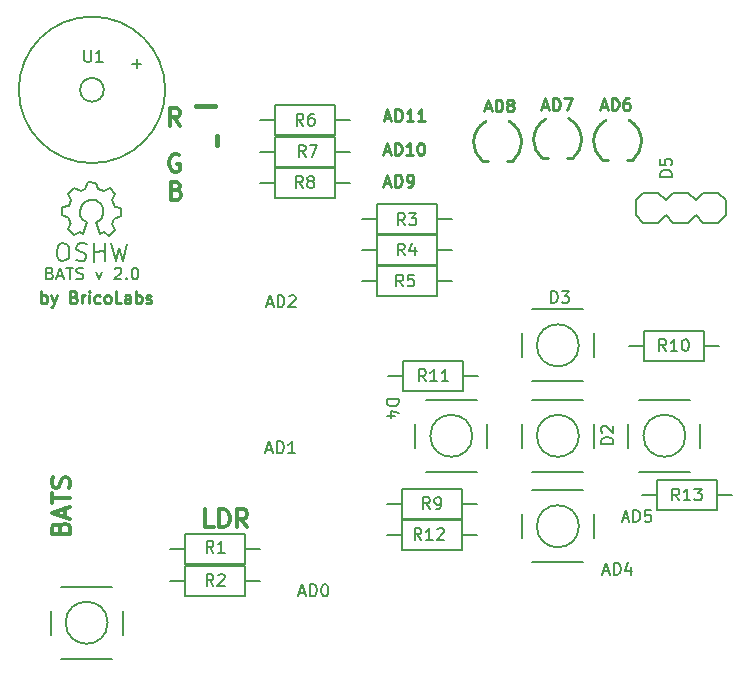
<source format=gbr>
G04 #@! TF.FileFunction,Legend,Top*
%FSLAX46Y46*%
G04 Gerber Fmt 4.6, Leading zero omitted, Abs format (unit mm)*
G04 Created by KiCad (PCBNEW 0.201603210401+6634~43~ubuntu14.04.1-product) date dom 03 abr 2016 21:58:24 CEST*
%MOMM*%
G01*
G04 APERTURE LIST*
%ADD10C,0.100000*%
%ADD11C,0.250000*%
%ADD12C,0.300000*%
%ADD13C,0.150000*%
%ADD14C,0.203200*%
%ADD15C,0.254000*%
%ADD16C,0.381000*%
%ADD17C,0.304800*%
G04 APERTURE END LIST*
D10*
D11*
X175671314Y-89975987D02*
X176147505Y-89975987D01*
X175576076Y-90261701D02*
X175909409Y-89261701D01*
X176242743Y-90261701D01*
X176576076Y-90261701D02*
X176576076Y-89261701D01*
X176814171Y-89261701D01*
X176957029Y-89309320D01*
X177052267Y-89404558D01*
X177099886Y-89499796D01*
X177147505Y-89690272D01*
X177147505Y-89833130D01*
X177099886Y-90023606D01*
X177052267Y-90118844D01*
X176957029Y-90214082D01*
X176814171Y-90261701D01*
X176576076Y-90261701D01*
X178004648Y-89261701D02*
X177814171Y-89261701D01*
X177718933Y-89309320D01*
X177671314Y-89356939D01*
X177576076Y-89499796D01*
X177528457Y-89690272D01*
X177528457Y-90071225D01*
X177576076Y-90166463D01*
X177623695Y-90214082D01*
X177718933Y-90261701D01*
X177909410Y-90261701D01*
X178004648Y-90214082D01*
X178052267Y-90166463D01*
X178099886Y-90071225D01*
X178099886Y-89833130D01*
X178052267Y-89737891D01*
X178004648Y-89690272D01*
X177909410Y-89642653D01*
X177718933Y-89642653D01*
X177623695Y-89690272D01*
X177576076Y-89737891D01*
X177528457Y-89833130D01*
X170697994Y-89975987D02*
X171174185Y-89975987D01*
X170602756Y-90261701D02*
X170936089Y-89261701D01*
X171269423Y-90261701D01*
X171602756Y-90261701D02*
X171602756Y-89261701D01*
X171840851Y-89261701D01*
X171983709Y-89309320D01*
X172078947Y-89404558D01*
X172126566Y-89499796D01*
X172174185Y-89690272D01*
X172174185Y-89833130D01*
X172126566Y-90023606D01*
X172078947Y-90118844D01*
X171983709Y-90214082D01*
X171840851Y-90261701D01*
X171602756Y-90261701D01*
X172507518Y-89261701D02*
X173174185Y-89261701D01*
X172745613Y-90261701D01*
X165831354Y-90082667D02*
X166307545Y-90082667D01*
X165736116Y-90368381D02*
X166069449Y-89368381D01*
X166402783Y-90368381D01*
X166736116Y-90368381D02*
X166736116Y-89368381D01*
X166974211Y-89368381D01*
X167117069Y-89416000D01*
X167212307Y-89511238D01*
X167259926Y-89606476D01*
X167307545Y-89796952D01*
X167307545Y-89939810D01*
X167259926Y-90130286D01*
X167212307Y-90225524D01*
X167117069Y-90320762D01*
X166974211Y-90368381D01*
X166736116Y-90368381D01*
X167878973Y-89796952D02*
X167783735Y-89749333D01*
X167736116Y-89701714D01*
X167688497Y-89606476D01*
X167688497Y-89558857D01*
X167736116Y-89463619D01*
X167783735Y-89416000D01*
X167878973Y-89368381D01*
X168069450Y-89368381D01*
X168164688Y-89416000D01*
X168212307Y-89463619D01*
X168259926Y-89558857D01*
X168259926Y-89606476D01*
X168212307Y-89701714D01*
X168164688Y-89749333D01*
X168069450Y-89796952D01*
X167878973Y-89796952D01*
X167783735Y-89844571D01*
X167736116Y-89892190D01*
X167688497Y-89987429D01*
X167688497Y-90177905D01*
X167736116Y-90273143D01*
X167783735Y-90320762D01*
X167878973Y-90368381D01*
X168069450Y-90368381D01*
X168164688Y-90320762D01*
X168212307Y-90273143D01*
X168259926Y-90177905D01*
X168259926Y-89987429D01*
X168212307Y-89892190D01*
X168164688Y-89844571D01*
X168069450Y-89796952D01*
X157337594Y-96442827D02*
X157813785Y-96442827D01*
X157242356Y-96728541D02*
X157575689Y-95728541D01*
X157909023Y-96728541D01*
X158242356Y-96728541D02*
X158242356Y-95728541D01*
X158480451Y-95728541D01*
X158623309Y-95776160D01*
X158718547Y-95871398D01*
X158766166Y-95966636D01*
X158813785Y-96157112D01*
X158813785Y-96299970D01*
X158766166Y-96490446D01*
X158718547Y-96585684D01*
X158623309Y-96680922D01*
X158480451Y-96728541D01*
X158242356Y-96728541D01*
X159289975Y-96728541D02*
X159480451Y-96728541D01*
X159575690Y-96680922D01*
X159623309Y-96633303D01*
X159718547Y-96490446D01*
X159766166Y-96299970D01*
X159766166Y-95919017D01*
X159718547Y-95823779D01*
X159670928Y-95776160D01*
X159575690Y-95728541D01*
X159385213Y-95728541D01*
X159289975Y-95776160D01*
X159242356Y-95823779D01*
X159194737Y-95919017D01*
X159194737Y-96157112D01*
X159242356Y-96252350D01*
X159289975Y-96299970D01*
X159385213Y-96347589D01*
X159575690Y-96347589D01*
X159670928Y-96299970D01*
X159718547Y-96252350D01*
X159766166Y-96157112D01*
X157303364Y-93750427D02*
X157779555Y-93750427D01*
X157208126Y-94036141D02*
X157541459Y-93036141D01*
X157874793Y-94036141D01*
X158208126Y-94036141D02*
X158208126Y-93036141D01*
X158446221Y-93036141D01*
X158589079Y-93083760D01*
X158684317Y-93178998D01*
X158731936Y-93274236D01*
X158779555Y-93464712D01*
X158779555Y-93607570D01*
X158731936Y-93798046D01*
X158684317Y-93893284D01*
X158589079Y-93988522D01*
X158446221Y-94036141D01*
X158208126Y-94036141D01*
X159731936Y-94036141D02*
X159160507Y-94036141D01*
X159446221Y-94036141D02*
X159446221Y-93036141D01*
X159350983Y-93178998D01*
X159255745Y-93274236D01*
X159160507Y-93321855D01*
X160350983Y-93036141D02*
X160446222Y-93036141D01*
X160541460Y-93083760D01*
X160589079Y-93131379D01*
X160636698Y-93226617D01*
X160684317Y-93417093D01*
X160684317Y-93655189D01*
X160636698Y-93845665D01*
X160589079Y-93940903D01*
X160541460Y-93988522D01*
X160446222Y-94036141D01*
X160350983Y-94036141D01*
X160255745Y-93988522D01*
X160208126Y-93940903D01*
X160160507Y-93845665D01*
X160112888Y-93655189D01*
X160112888Y-93417093D01*
X160160507Y-93226617D01*
X160208126Y-93131379D01*
X160255745Y-93083760D01*
X160350983Y-93036141D01*
X157344004Y-90905627D02*
X157820195Y-90905627D01*
X157248766Y-91191341D02*
X157582099Y-90191341D01*
X157915433Y-91191341D01*
X158248766Y-91191341D02*
X158248766Y-90191341D01*
X158486861Y-90191341D01*
X158629719Y-90238960D01*
X158724957Y-90334198D01*
X158772576Y-90429436D01*
X158820195Y-90619912D01*
X158820195Y-90762770D01*
X158772576Y-90953246D01*
X158724957Y-91048484D01*
X158629719Y-91143722D01*
X158486861Y-91191341D01*
X158248766Y-91191341D01*
X159772576Y-91191341D02*
X159201147Y-91191341D01*
X159486861Y-91191341D02*
X159486861Y-90191341D01*
X159391623Y-90334198D01*
X159296385Y-90429436D01*
X159201147Y-90477055D01*
X160724957Y-91191341D02*
X160153528Y-91191341D01*
X160439242Y-91191341D02*
X160439242Y-90191341D01*
X160344004Y-90334198D01*
X160248766Y-90429436D01*
X160153528Y-90477055D01*
D12*
X139730943Y-97047857D02*
X139945229Y-97119286D01*
X140016657Y-97190714D01*
X140088086Y-97333571D01*
X140088086Y-97547857D01*
X140016657Y-97690714D01*
X139945229Y-97762143D01*
X139802371Y-97833571D01*
X139230943Y-97833571D01*
X139230943Y-96333571D01*
X139730943Y-96333571D01*
X139873800Y-96405000D01*
X139945229Y-96476429D01*
X140016657Y-96619286D01*
X140016657Y-96762143D01*
X139945229Y-96905000D01*
X139873800Y-96976429D01*
X139730943Y-97047857D01*
X139230943Y-97047857D01*
X139940457Y-94042800D02*
X139797600Y-93971371D01*
X139583314Y-93971371D01*
X139369029Y-94042800D01*
X139226171Y-94185657D01*
X139154743Y-94328514D01*
X139083314Y-94614229D01*
X139083314Y-94828514D01*
X139154743Y-95114229D01*
X139226171Y-95257086D01*
X139369029Y-95399943D01*
X139583314Y-95471371D01*
X139726171Y-95471371D01*
X139940457Y-95399943D01*
X140011886Y-95328514D01*
X140011886Y-94828514D01*
X139726171Y-94828514D01*
X140011886Y-91585171D02*
X139511886Y-90870886D01*
X139154743Y-91585171D02*
X139154743Y-90085171D01*
X139726171Y-90085171D01*
X139869029Y-90156600D01*
X139940457Y-90228029D01*
X140011886Y-90370886D01*
X140011886Y-90585171D01*
X139940457Y-90728029D01*
X139869029Y-90799457D01*
X139726171Y-90870886D01*
X139154743Y-90870886D01*
X142855286Y-125565291D02*
X142141000Y-125565291D01*
X142141000Y-124065291D01*
X143355286Y-125565291D02*
X143355286Y-124065291D01*
X143712429Y-124065291D01*
X143926714Y-124136720D01*
X144069572Y-124279577D01*
X144141000Y-124422434D01*
X144212429Y-124708149D01*
X144212429Y-124922434D01*
X144141000Y-125208149D01*
X144069572Y-125351006D01*
X143926714Y-125493863D01*
X143712429Y-125565291D01*
X143355286Y-125565291D01*
X145712429Y-125565291D02*
X145212429Y-124851006D01*
X144855286Y-125565291D02*
X144855286Y-124065291D01*
X145426714Y-124065291D01*
X145569572Y-124136720D01*
X145641000Y-124208149D01*
X145712429Y-124351006D01*
X145712429Y-124565291D01*
X145641000Y-124708149D01*
X145569572Y-124779577D01*
X145426714Y-124851006D01*
X144855286Y-124851006D01*
D13*
X176682661Y-118517895D02*
X175682661Y-118517895D01*
X175682661Y-118279800D01*
X175730280Y-118136942D01*
X175825518Y-118041704D01*
X175920756Y-117994085D01*
X176111232Y-117946466D01*
X176254090Y-117946466D01*
X176444566Y-117994085D01*
X176539804Y-118041704D01*
X176635042Y-118136942D01*
X176682661Y-118279800D01*
X176682661Y-118517895D01*
X175777899Y-117565514D02*
X175730280Y-117517895D01*
X175682661Y-117422657D01*
X175682661Y-117184561D01*
X175730280Y-117089323D01*
X175777899Y-117041704D01*
X175873137Y-116994085D01*
X175968375Y-116994085D01*
X176111232Y-117041704D01*
X176682661Y-117613133D01*
X176682661Y-116994085D01*
X171428185Y-106573581D02*
X171428185Y-105573581D01*
X171666280Y-105573581D01*
X171809138Y-105621200D01*
X171904376Y-105716438D01*
X171951995Y-105811676D01*
X171999614Y-106002152D01*
X171999614Y-106145010D01*
X171951995Y-106335486D01*
X171904376Y-106430724D01*
X171809138Y-106525962D01*
X171666280Y-106573581D01*
X171428185Y-106573581D01*
X172332947Y-105573581D02*
X172951995Y-105573581D01*
X172618661Y-105954533D01*
X172761519Y-105954533D01*
X172856757Y-106002152D01*
X172904376Y-106049771D01*
X172951995Y-106145010D01*
X172951995Y-106383105D01*
X172904376Y-106478343D01*
X172856757Y-106525962D01*
X172761519Y-106573581D01*
X172475804Y-106573581D01*
X172380566Y-106525962D01*
X172332947Y-106478343D01*
X157520379Y-114745545D02*
X158520379Y-114745545D01*
X158520379Y-114983640D01*
X158472760Y-115126498D01*
X158377522Y-115221736D01*
X158282284Y-115269355D01*
X158091808Y-115316974D01*
X157948950Y-115316974D01*
X157758474Y-115269355D01*
X157663236Y-115221736D01*
X157567998Y-115126498D01*
X157520379Y-114983640D01*
X157520379Y-114745545D01*
X158187046Y-116174117D02*
X157520379Y-116174117D01*
X158567998Y-115936021D02*
X157853712Y-115697926D01*
X157853712Y-116316974D01*
X181661061Y-95891575D02*
X180661061Y-95891575D01*
X180661061Y-95653480D01*
X180708680Y-95510622D01*
X180803918Y-95415384D01*
X180899156Y-95367765D01*
X181089632Y-95320146D01*
X181232490Y-95320146D01*
X181422966Y-95367765D01*
X181518204Y-95415384D01*
X181613442Y-95510622D01*
X181661061Y-95653480D01*
X181661061Y-95891575D01*
X180661061Y-94415384D02*
X180661061Y-94891575D01*
X181137251Y-94939194D01*
X181089632Y-94891575D01*
X181042013Y-94796337D01*
X181042013Y-94558241D01*
X181089632Y-94463003D01*
X181137251Y-94415384D01*
X181232490Y-94367765D01*
X181470585Y-94367765D01*
X181565823Y-94415384D01*
X181613442Y-94463003D01*
X181661061Y-94558241D01*
X181661061Y-94796337D01*
X181613442Y-94891575D01*
X181565823Y-94939194D01*
X177495034Y-124829867D02*
X177971225Y-124829867D01*
X177399796Y-125115581D02*
X177733129Y-124115581D01*
X178066463Y-125115581D01*
X178399796Y-125115581D02*
X178399796Y-124115581D01*
X178637891Y-124115581D01*
X178780749Y-124163200D01*
X178875987Y-124258438D01*
X178923606Y-124353676D01*
X178971225Y-124544152D01*
X178971225Y-124687010D01*
X178923606Y-124877486D01*
X178875987Y-124972724D01*
X178780749Y-125067962D01*
X178637891Y-125115581D01*
X178399796Y-125115581D01*
X179875987Y-124115581D02*
X179399796Y-124115581D01*
X179352177Y-124591771D01*
X179399796Y-124544152D01*
X179495034Y-124496533D01*
X179733130Y-124496533D01*
X179828368Y-124544152D01*
X179875987Y-124591771D01*
X179923606Y-124687010D01*
X179923606Y-124925105D01*
X179875987Y-125020343D01*
X179828368Y-125067962D01*
X179733130Y-125115581D01*
X179495034Y-125115581D01*
X179399796Y-125067962D01*
X179352177Y-125020343D01*
X175844034Y-129300267D02*
X176320225Y-129300267D01*
X175748796Y-129585981D02*
X176082129Y-128585981D01*
X176415463Y-129585981D01*
X176748796Y-129585981D02*
X176748796Y-128585981D01*
X176986891Y-128585981D01*
X177129749Y-128633600D01*
X177224987Y-128728838D01*
X177272606Y-128824076D01*
X177320225Y-129014552D01*
X177320225Y-129157410D01*
X177272606Y-129347886D01*
X177224987Y-129443124D01*
X177129749Y-129538362D01*
X176986891Y-129585981D01*
X176748796Y-129585981D01*
X178177368Y-128919314D02*
X178177368Y-129585981D01*
X177939272Y-128538362D02*
X177701177Y-129252648D01*
X178320225Y-129252648D01*
X147380794Y-106653627D02*
X147856985Y-106653627D01*
X147285556Y-106939341D02*
X147618889Y-105939341D01*
X147952223Y-106939341D01*
X148285556Y-106939341D02*
X148285556Y-105939341D01*
X148523651Y-105939341D01*
X148666509Y-105986960D01*
X148761747Y-106082198D01*
X148809366Y-106177436D01*
X148856985Y-106367912D01*
X148856985Y-106510770D01*
X148809366Y-106701246D01*
X148761747Y-106796484D01*
X148666509Y-106891722D01*
X148523651Y-106939341D01*
X148285556Y-106939341D01*
X149237937Y-106034579D02*
X149285556Y-105986960D01*
X149380794Y-105939341D01*
X149618890Y-105939341D01*
X149714128Y-105986960D01*
X149761747Y-106034579D01*
X149809366Y-106129817D01*
X149809366Y-106225055D01*
X149761747Y-106367912D01*
X149190318Y-106939341D01*
X149809366Y-106939341D01*
X147324914Y-119008187D02*
X147801105Y-119008187D01*
X147229676Y-119293901D02*
X147563009Y-118293901D01*
X147896343Y-119293901D01*
X148229676Y-119293901D02*
X148229676Y-118293901D01*
X148467771Y-118293901D01*
X148610629Y-118341520D01*
X148705867Y-118436758D01*
X148753486Y-118531996D01*
X148801105Y-118722472D01*
X148801105Y-118865330D01*
X148753486Y-119055806D01*
X148705867Y-119151044D01*
X148610629Y-119246282D01*
X148467771Y-119293901D01*
X148229676Y-119293901D01*
X149753486Y-119293901D02*
X149182057Y-119293901D01*
X149467771Y-119293901D02*
X149467771Y-118293901D01*
X149372533Y-118436758D01*
X149277295Y-118531996D01*
X149182057Y-118579615D01*
X150134154Y-131123987D02*
X150610345Y-131123987D01*
X150038916Y-131409701D02*
X150372249Y-130409701D01*
X150705583Y-131409701D01*
X151038916Y-131409701D02*
X151038916Y-130409701D01*
X151277011Y-130409701D01*
X151419869Y-130457320D01*
X151515107Y-130552558D01*
X151562726Y-130647796D01*
X151610345Y-130838272D01*
X151610345Y-130981130D01*
X151562726Y-131171606D01*
X151515107Y-131266844D01*
X151419869Y-131362082D01*
X151277011Y-131409701D01*
X151038916Y-131409701D01*
X152229392Y-130409701D02*
X152324631Y-130409701D01*
X152419869Y-130457320D01*
X152467488Y-130504939D01*
X152515107Y-130600177D01*
X152562726Y-130790653D01*
X152562726Y-131028749D01*
X152515107Y-131219225D01*
X152467488Y-131314463D01*
X152419869Y-131362082D01*
X152324631Y-131409701D01*
X152229392Y-131409701D01*
X152134154Y-131362082D01*
X152086535Y-131314463D01*
X152038916Y-131219225D01*
X151991297Y-131028749D01*
X151991297Y-130790653D01*
X152038916Y-130600177D01*
X152086535Y-130504939D01*
X152134154Y-130457320D01*
X152229392Y-130409701D01*
D11*
X128283912Y-106598981D02*
X128283912Y-105598981D01*
X128283912Y-105979933D02*
X128379150Y-105932314D01*
X128569627Y-105932314D01*
X128664865Y-105979933D01*
X128712484Y-106027552D01*
X128760103Y-106122790D01*
X128760103Y-106408505D01*
X128712484Y-106503743D01*
X128664865Y-106551362D01*
X128569627Y-106598981D01*
X128379150Y-106598981D01*
X128283912Y-106551362D01*
X129093436Y-105932314D02*
X129331531Y-106598981D01*
X129569627Y-105932314D02*
X129331531Y-106598981D01*
X129236293Y-106837076D01*
X129188674Y-106884695D01*
X129093436Y-106932314D01*
X131045818Y-106075171D02*
X131188675Y-106122790D01*
X131236294Y-106170410D01*
X131283913Y-106265648D01*
X131283913Y-106408505D01*
X131236294Y-106503743D01*
X131188675Y-106551362D01*
X131093437Y-106598981D01*
X130712484Y-106598981D01*
X130712484Y-105598981D01*
X131045818Y-105598981D01*
X131141056Y-105646600D01*
X131188675Y-105694219D01*
X131236294Y-105789457D01*
X131236294Y-105884695D01*
X131188675Y-105979933D01*
X131141056Y-106027552D01*
X131045818Y-106075171D01*
X130712484Y-106075171D01*
X131712484Y-106598981D02*
X131712484Y-105932314D01*
X131712484Y-106122790D02*
X131760103Y-106027552D01*
X131807722Y-105979933D01*
X131902960Y-105932314D01*
X131998199Y-105932314D01*
X132331532Y-106598981D02*
X132331532Y-105932314D01*
X132331532Y-105598981D02*
X132283913Y-105646600D01*
X132331532Y-105694219D01*
X132379151Y-105646600D01*
X132331532Y-105598981D01*
X132331532Y-105694219D01*
X133236294Y-106551362D02*
X133141056Y-106598981D01*
X132950579Y-106598981D01*
X132855341Y-106551362D01*
X132807722Y-106503743D01*
X132760103Y-106408505D01*
X132760103Y-106122790D01*
X132807722Y-106027552D01*
X132855341Y-105979933D01*
X132950579Y-105932314D01*
X133141056Y-105932314D01*
X133236294Y-105979933D01*
X133807722Y-106598981D02*
X133712484Y-106551362D01*
X133664865Y-106503743D01*
X133617246Y-106408505D01*
X133617246Y-106122790D01*
X133664865Y-106027552D01*
X133712484Y-105979933D01*
X133807722Y-105932314D01*
X133950580Y-105932314D01*
X134045818Y-105979933D01*
X134093437Y-106027552D01*
X134141056Y-106122790D01*
X134141056Y-106408505D01*
X134093437Y-106503743D01*
X134045818Y-106551362D01*
X133950580Y-106598981D01*
X133807722Y-106598981D01*
X135045818Y-106598981D02*
X134569627Y-106598981D01*
X134569627Y-105598981D01*
X135807723Y-106598981D02*
X135807723Y-106075171D01*
X135760104Y-105979933D01*
X135664866Y-105932314D01*
X135474389Y-105932314D01*
X135379151Y-105979933D01*
X135807723Y-106551362D02*
X135712485Y-106598981D01*
X135474389Y-106598981D01*
X135379151Y-106551362D01*
X135331532Y-106456124D01*
X135331532Y-106360886D01*
X135379151Y-106265648D01*
X135474389Y-106218029D01*
X135712485Y-106218029D01*
X135807723Y-106170410D01*
X136283913Y-106598981D02*
X136283913Y-105598981D01*
X136283913Y-105979933D02*
X136379151Y-105932314D01*
X136569628Y-105932314D01*
X136664866Y-105979933D01*
X136712485Y-106027552D01*
X136760104Y-106122790D01*
X136760104Y-106408505D01*
X136712485Y-106503743D01*
X136664866Y-106551362D01*
X136569628Y-106598981D01*
X136379151Y-106598981D01*
X136283913Y-106551362D01*
X137141056Y-106551362D02*
X137236294Y-106598981D01*
X137426770Y-106598981D01*
X137522009Y-106551362D01*
X137569628Y-106456124D01*
X137569628Y-106408505D01*
X137522009Y-106313267D01*
X137426770Y-106265648D01*
X137283913Y-106265648D01*
X137188675Y-106218029D01*
X137141056Y-106122790D01*
X137141056Y-106075171D01*
X137188675Y-105979933D01*
X137283913Y-105932314D01*
X137426770Y-105932314D01*
X137522009Y-105979933D01*
D13*
X145491200Y-131432300D02*
X140411200Y-131432300D01*
X140411200Y-131432300D02*
X140411200Y-128892300D01*
X140411200Y-128892300D02*
X145491200Y-128892300D01*
X145491200Y-128892300D02*
X145491200Y-131432300D01*
X145491200Y-130162300D02*
X146761200Y-130162300D01*
X140411200Y-130162300D02*
X139141200Y-130162300D01*
D14*
X174163990Y-122440700D02*
X169845990Y-122440700D01*
X169845990Y-128536700D02*
X174163990Y-128536700D01*
X175052990Y-124493020D02*
X175052990Y-126504700D01*
X168956990Y-124462540D02*
X168956990Y-126504700D01*
X173782990Y-125488700D02*
G75*
G03X173782990Y-125488700I-1778000J0D01*
G01*
D13*
X134200900Y-101546660D02*
X134561580Y-103017320D01*
X134561580Y-103017320D02*
X134840980Y-101955600D01*
X134840980Y-101955600D02*
X135150860Y-103027480D01*
X135150860Y-103027480D02*
X135491220Y-101577140D01*
X132781040Y-102237540D02*
X133570980Y-102227380D01*
X133570980Y-102227380D02*
X133581140Y-102237540D01*
X133581140Y-102237540D02*
X133581140Y-102227380D01*
X133621780Y-101516180D02*
X133621780Y-103057960D01*
X132732780Y-101506020D02*
X132732780Y-103075740D01*
X132732780Y-103075740D02*
X132742940Y-103065580D01*
X132181600Y-101607620D02*
X131831080Y-101526340D01*
X131831080Y-101526340D02*
X131511040Y-101516180D01*
X131511040Y-101516180D02*
X131272280Y-101716840D01*
X131272280Y-101716840D02*
X131241800Y-101986080D01*
X131241800Y-101986080D02*
X131483100Y-102227380D01*
X131483100Y-102227380D02*
X131871720Y-102356920D01*
X131871720Y-102356920D02*
X132052060Y-102516940D01*
X132052060Y-102516940D02*
X132092700Y-102816660D01*
X132092700Y-102816660D02*
X131861560Y-103037640D01*
X131861560Y-103037640D02*
X131541520Y-103065580D01*
X131541520Y-103065580D02*
X131191000Y-102956360D01*
X130152140Y-101506020D02*
X129903220Y-101526340D01*
X129903220Y-101526340D02*
X129661920Y-101767640D01*
X129661920Y-101767640D02*
X129573020Y-102257860D01*
X129573020Y-102257860D02*
X129600960Y-102605840D01*
X129600960Y-102605840D02*
X129801620Y-102925880D01*
X129801620Y-102925880D02*
X130053080Y-103047800D01*
X130053080Y-103047800D02*
X130362960Y-102976680D01*
X130362960Y-102976680D02*
X130581400Y-102796340D01*
X130581400Y-102796340D02*
X130652520Y-102336600D01*
X130652520Y-102336600D02*
X130601720Y-101927660D01*
X130601720Y-101927660D02*
X130492500Y-101645720D01*
X130492500Y-101645720D02*
X130131820Y-101516180D01*
X130751580Y-99786440D02*
X130492500Y-100347780D01*
X130492500Y-100347780D02*
X131030980Y-100865940D01*
X131030980Y-100865940D02*
X131551680Y-100596700D01*
X131551680Y-100596700D02*
X131831080Y-100756720D01*
X133271260Y-100736400D02*
X133601460Y-100545900D01*
X133601460Y-100545900D02*
X134040880Y-100876100D01*
X134040880Y-100876100D02*
X134513320Y-100385880D01*
X134513320Y-100385880D02*
X134231380Y-99905820D01*
X134231380Y-99905820D02*
X134421880Y-99435920D01*
X134421880Y-99435920D02*
X135031480Y-99247960D01*
X135031480Y-99247960D02*
X135031480Y-98567240D01*
X135031480Y-98567240D02*
X134472680Y-98427540D01*
X134472680Y-98427540D02*
X134272020Y-97856040D01*
X134272020Y-97856040D02*
X134541260Y-97386140D01*
X134541260Y-97386140D02*
X134071360Y-96875600D01*
X134071360Y-96875600D02*
X133553200Y-97137220D01*
X133553200Y-97137220D02*
X133083300Y-96936560D01*
X133083300Y-96936560D02*
X132913120Y-96395540D01*
X132913120Y-96395540D02*
X132222240Y-96377760D01*
X132222240Y-96377760D02*
X132011420Y-96926400D01*
X132011420Y-96926400D02*
X131592320Y-97096580D01*
X131592320Y-97096580D02*
X131041140Y-96827340D01*
X131041140Y-96827340D02*
X130522980Y-97355660D01*
X130522980Y-97355660D02*
X130771900Y-97896680D01*
X130771900Y-97896680D02*
X130601720Y-98376740D01*
X130601720Y-98376740D02*
X130053080Y-98475800D01*
X130053080Y-98475800D02*
X130042920Y-99176840D01*
X130042920Y-99176840D02*
X130601720Y-99377500D01*
X130601720Y-99377500D02*
X130741420Y-99776280D01*
X132882640Y-99755960D02*
X133182360Y-99606100D01*
X133182360Y-99606100D02*
X133383020Y-99407980D01*
X133383020Y-99407980D02*
X133532880Y-99006660D01*
X133532880Y-99006660D02*
X133532880Y-98607880D01*
X133532880Y-98607880D02*
X133383020Y-98257360D01*
X133383020Y-98257360D02*
X132930900Y-97906840D01*
X132930900Y-97906840D02*
X132481320Y-97856040D01*
X132481320Y-97856040D02*
X132082540Y-97957640D01*
X132082540Y-97957640D02*
X131681220Y-98305620D01*
X131681220Y-98305620D02*
X131531360Y-98757740D01*
X131531360Y-98757740D02*
X131582160Y-99255580D01*
X131582160Y-99255580D02*
X131831080Y-99557840D01*
X131831080Y-99557840D02*
X132181600Y-99755960D01*
X132181600Y-99755960D02*
X131831080Y-100756720D01*
X132882640Y-99755960D02*
X133281420Y-100756720D01*
X148026120Y-92504260D02*
X153106120Y-92504260D01*
X153106120Y-92504260D02*
X153106120Y-95044260D01*
X153106120Y-95044260D02*
X148026120Y-95044260D01*
X148026120Y-95044260D02*
X148026120Y-92504260D01*
X148026120Y-93774260D02*
X146756120Y-93774260D01*
X153106120Y-93774260D02*
X154376120Y-93774260D01*
D15*
X168206905Y-94540288D02*
G75*
G03X168935479Y-92981408I-1303426J1558880D01*
G01*
X168932939Y-92980433D02*
G75*
G03X167858519Y-91190708I-2029460J-975D01*
G01*
X165589202Y-94531150D02*
G75*
G02X164871479Y-92981408I1314277J1549742D01*
G01*
X164873941Y-92978195D02*
G75*
G02X165897639Y-91218648I2029538J-3213D01*
G01*
X168198879Y-94556208D02*
X167690879Y-94556208D01*
X165608079Y-94556208D02*
X166065279Y-94556208D01*
X173286905Y-94334769D02*
G75*
G03X174015479Y-92775889I-1303426J1558880D01*
G01*
X174012939Y-92774914D02*
G75*
G03X172938519Y-90985189I-2029460J-975D01*
G01*
X170669202Y-94325631D02*
G75*
G02X169951479Y-92775889I1314277J1549742D01*
G01*
X169953941Y-92772676D02*
G75*
G02X170977639Y-91013129I2029538J-3213D01*
G01*
X173278879Y-94350689D02*
X172770879Y-94350689D01*
X170688079Y-94350689D02*
X171145279Y-94350689D01*
X178366905Y-94453817D02*
G75*
G03X179095479Y-92894937I-1303426J1558880D01*
G01*
X179092939Y-92893962D02*
G75*
G03X178018519Y-91104237I-2029460J-975D01*
G01*
X175749202Y-94444679D02*
G75*
G02X175031479Y-92894937I1314277J1549742D01*
G01*
X175033941Y-92891724D02*
G75*
G02X176057639Y-91132177I2029538J-3213D01*
G01*
X178358879Y-94469737D02*
X177850879Y-94469737D01*
X175768079Y-94469737D02*
X176225279Y-94469737D01*
D16*
X143149174Y-92481494D02*
X143149174Y-93179994D01*
X142948514Y-89880534D02*
X141348314Y-89880534D01*
D14*
X183682640Y-97871280D02*
X184317640Y-97236280D01*
X184317640Y-97236280D02*
X185587640Y-97236280D01*
X185587640Y-97236280D02*
X186222640Y-97871280D01*
X186222640Y-99141280D02*
X185587640Y-99776280D01*
X185587640Y-99776280D02*
X184317640Y-99776280D01*
X184317640Y-99776280D02*
X183682640Y-99141280D01*
X179237640Y-97236280D02*
X180507640Y-97236280D01*
X180507640Y-97236280D02*
X181142640Y-97871280D01*
X181142640Y-99141280D02*
X180507640Y-99776280D01*
X181142640Y-97871280D02*
X181777640Y-97236280D01*
X181777640Y-97236280D02*
X183047640Y-97236280D01*
X183047640Y-97236280D02*
X183682640Y-97871280D01*
X183682640Y-99141280D02*
X183047640Y-99776280D01*
X183047640Y-99776280D02*
X181777640Y-99776280D01*
X181777640Y-99776280D02*
X181142640Y-99141280D01*
X178602640Y-97871280D02*
X178602640Y-99141280D01*
X179237640Y-97236280D02*
X178602640Y-97871280D01*
X178602640Y-99141280D02*
X179237640Y-99776280D01*
X180507640Y-99776280D02*
X179237640Y-99776280D01*
X186222640Y-97871280D02*
X186222640Y-99141280D01*
D13*
X148089620Y-89837260D02*
X153169620Y-89837260D01*
X153169620Y-89837260D02*
X153169620Y-92377260D01*
X153169620Y-92377260D02*
X148089620Y-92377260D01*
X148089620Y-92377260D02*
X148089620Y-89837260D01*
X148089620Y-91107260D02*
X146819620Y-91107260D01*
X153169620Y-91107260D02*
X154439620Y-91107260D01*
X163883340Y-124853700D02*
X158803340Y-124853700D01*
X158803340Y-124853700D02*
X158803340Y-122313700D01*
X158803340Y-122313700D02*
X163883340Y-122313700D01*
X163883340Y-122313700D02*
X163883340Y-124853700D01*
X163883340Y-123583700D02*
X165153340Y-123583700D01*
X158803340Y-123583700D02*
X157533340Y-123583700D01*
X179275740Y-108927900D02*
X184355740Y-108927900D01*
X184355740Y-108927900D02*
X184355740Y-111467900D01*
X184355740Y-111467900D02*
X179275740Y-111467900D01*
X179275740Y-111467900D02*
X179275740Y-108927900D01*
X179275740Y-110197900D02*
X178005740Y-110197900D01*
X184355740Y-110197900D02*
X185625740Y-110197900D01*
X158930340Y-111493300D02*
X164010340Y-111493300D01*
X164010340Y-111493300D02*
X164010340Y-114033300D01*
X164010340Y-114033300D02*
X158930340Y-114033300D01*
X158930340Y-114033300D02*
X158930340Y-111493300D01*
X158930340Y-112763300D02*
X157660340Y-112763300D01*
X164010340Y-112763300D02*
X165280340Y-112763300D01*
X163883340Y-127469900D02*
X158803340Y-127469900D01*
X158803340Y-127469900D02*
X158803340Y-124929900D01*
X158803340Y-124929900D02*
X163883340Y-124929900D01*
X163883340Y-124929900D02*
X163883340Y-127469900D01*
X163883340Y-126199900D02*
X165153340Y-126199900D01*
X158803340Y-126199900D02*
X157533340Y-126199900D01*
X180380640Y-121577100D02*
X185460640Y-121577100D01*
X185460640Y-121577100D02*
X185460640Y-124117100D01*
X185460640Y-124117100D02*
X180380640Y-124117100D01*
X180380640Y-124117100D02*
X180380640Y-121577100D01*
X180380640Y-122847100D02*
X179110640Y-122847100D01*
X185460640Y-122847100D02*
X186730640Y-122847100D01*
X140398500Y-126187200D02*
X145478500Y-126187200D01*
X145478500Y-126187200D02*
X145478500Y-128727200D01*
X145478500Y-128727200D02*
X140398500Y-128727200D01*
X140398500Y-128727200D02*
X140398500Y-126187200D01*
X140398500Y-127457200D02*
X139128500Y-127457200D01*
X145478500Y-127457200D02*
X146748500Y-127457200D01*
D14*
X134264400Y-130606800D02*
X129946400Y-130606800D01*
X129946400Y-136702800D02*
X134264400Y-136702800D01*
X135153400Y-132659120D02*
X135153400Y-134670800D01*
X129057400Y-132628640D02*
X129057400Y-134670800D01*
X133883400Y-133654800D02*
G75*
G03X133883400Y-133654800I-1778000J0D01*
G01*
X174163990Y-114782600D02*
X169845990Y-114782600D01*
X169845990Y-120878600D02*
X174163990Y-120878600D01*
X175052990Y-116834920D02*
X175052990Y-118846600D01*
X168956990Y-116804440D02*
X168956990Y-118846600D01*
X173782990Y-117830600D02*
G75*
G03X173782990Y-117830600I-1778000J0D01*
G01*
X169845990Y-113220500D02*
X174163990Y-113220500D01*
X174163990Y-107124500D02*
X169845990Y-107124500D01*
X168956990Y-111168180D02*
X168956990Y-109156500D01*
X175052990Y-111198660D02*
X175052990Y-109156500D01*
X173782990Y-110172500D02*
G75*
G03X173782990Y-110172500I-1778000J0D01*
G01*
X165140640Y-114782600D02*
X160822640Y-114782600D01*
X160822640Y-120878600D02*
X165140640Y-120878600D01*
X166029640Y-116834920D02*
X166029640Y-118846600D01*
X159933640Y-116804440D02*
X159933640Y-118846600D01*
X164759640Y-117830600D02*
G75*
G03X164759640Y-117830600I-1778000J0D01*
G01*
D13*
X161747200Y-100723700D02*
X156667200Y-100723700D01*
X156667200Y-100723700D02*
X156667200Y-98183700D01*
X156667200Y-98183700D02*
X161747200Y-98183700D01*
X161747200Y-98183700D02*
X161747200Y-100723700D01*
X161747200Y-99453700D02*
X163017200Y-99453700D01*
X156667200Y-99453700D02*
X155397200Y-99453700D01*
X161747200Y-103393875D02*
X156667200Y-103393875D01*
X156667200Y-103393875D02*
X156667200Y-100853875D01*
X156667200Y-100853875D02*
X161747200Y-100853875D01*
X161747200Y-100853875D02*
X161747200Y-103393875D01*
X161747200Y-102123875D02*
X163017200Y-102123875D01*
X156667200Y-102123875D02*
X155397200Y-102123875D01*
X161747200Y-105956100D02*
X156667200Y-105956100D01*
X156667200Y-105956100D02*
X156667200Y-103416100D01*
X156667200Y-103416100D02*
X161747200Y-103416100D01*
X161747200Y-103416100D02*
X161747200Y-105956100D01*
X161747200Y-104686100D02*
X163017200Y-104686100D01*
X156667200Y-104686100D02*
X155397200Y-104686100D01*
X148026120Y-95133160D02*
X153106120Y-95133160D01*
X153106120Y-95133160D02*
X153106120Y-97673160D01*
X153106120Y-97673160D02*
X148026120Y-97673160D01*
X148026120Y-97673160D02*
X148026120Y-95133160D01*
X148026120Y-96403160D02*
X146756120Y-96403160D01*
X153106120Y-96403160D02*
X154376120Y-96403160D01*
D14*
X183187340Y-114782600D02*
X178869340Y-114782600D01*
X178869340Y-120878600D02*
X183187340Y-120878600D01*
X184076340Y-116834920D02*
X184076340Y-118846600D01*
X177980340Y-116804440D02*
X177980340Y-118846600D01*
X182806340Y-117830600D02*
G75*
G03X182806340Y-117830600I-1778000J0D01*
G01*
D13*
X133563360Y-88539320D02*
G75*
G03X133563360Y-88539320I-1000760J0D01*
G01*
X138762740Y-88539320D02*
G75*
G03X138762740Y-88539320I-6200140J0D01*
G01*
X142848034Y-130538481D02*
X142514700Y-130062290D01*
X142276605Y-130538481D02*
X142276605Y-129538481D01*
X142657558Y-129538481D01*
X142752796Y-129586100D01*
X142800415Y-129633719D01*
X142848034Y-129728957D01*
X142848034Y-129871814D01*
X142800415Y-129967052D01*
X142752796Y-130014671D01*
X142657558Y-130062290D01*
X142276605Y-130062290D01*
X143228986Y-129633719D02*
X143276605Y-129586100D01*
X143371843Y-129538481D01*
X143609939Y-129538481D01*
X143705177Y-129586100D01*
X143752796Y-129633719D01*
X143800415Y-129728957D01*
X143800415Y-129824195D01*
X143752796Y-129967052D01*
X143181367Y-130538481D01*
X143800415Y-130538481D01*
D17*
X129878183Y-125634932D02*
X129950754Y-125417218D01*
X130023326Y-125344646D01*
X130168469Y-125272075D01*
X130386183Y-125272075D01*
X130531326Y-125344646D01*
X130603897Y-125417218D01*
X130676469Y-125562360D01*
X130676469Y-126142932D01*
X129152469Y-126142932D01*
X129152469Y-125634932D01*
X129225040Y-125489789D01*
X129297611Y-125417218D01*
X129442754Y-125344646D01*
X129587897Y-125344646D01*
X129733040Y-125417218D01*
X129805611Y-125489789D01*
X129878183Y-125634932D01*
X129878183Y-126142932D01*
X130241040Y-124691503D02*
X130241040Y-123965789D01*
X130676469Y-124836646D02*
X129152469Y-124328646D01*
X130676469Y-123820646D01*
X129152469Y-123530360D02*
X129152469Y-122659503D01*
X130676469Y-123094932D02*
X129152469Y-123094932D01*
X130603897Y-122224074D02*
X130676469Y-122006360D01*
X130676469Y-121643503D01*
X130603897Y-121498360D01*
X130531326Y-121425789D01*
X130386183Y-121353217D01*
X130241040Y-121353217D01*
X130095897Y-121425789D01*
X130023326Y-121498360D01*
X129950754Y-121643503D01*
X129878183Y-121933789D01*
X129805611Y-122078931D01*
X129733040Y-122151503D01*
X129587897Y-122224074D01*
X129442754Y-122224074D01*
X129297611Y-122151503D01*
X129225040Y-122078931D01*
X129152469Y-121933789D01*
X129152469Y-121570931D01*
X129225040Y-121353217D01*
D13*
X129004821Y-104073651D02*
X129147678Y-104121270D01*
X129195297Y-104168890D01*
X129242916Y-104264128D01*
X129242916Y-104406985D01*
X129195297Y-104502223D01*
X129147678Y-104549842D01*
X129052440Y-104597461D01*
X128671487Y-104597461D01*
X128671487Y-103597461D01*
X129004821Y-103597461D01*
X129100059Y-103645080D01*
X129147678Y-103692699D01*
X129195297Y-103787937D01*
X129195297Y-103883175D01*
X129147678Y-103978413D01*
X129100059Y-104026032D01*
X129004821Y-104073651D01*
X128671487Y-104073651D01*
X129623868Y-104311747D02*
X130100059Y-104311747D01*
X129528630Y-104597461D02*
X129861963Y-103597461D01*
X130195297Y-104597461D01*
X130385773Y-103597461D02*
X130957202Y-103597461D01*
X130671487Y-104597461D02*
X130671487Y-103597461D01*
X131242916Y-104549842D02*
X131385773Y-104597461D01*
X131623869Y-104597461D01*
X131719107Y-104549842D01*
X131766726Y-104502223D01*
X131814345Y-104406985D01*
X131814345Y-104311747D01*
X131766726Y-104216509D01*
X131719107Y-104168890D01*
X131623869Y-104121270D01*
X131433392Y-104073651D01*
X131338154Y-104026032D01*
X131290535Y-103978413D01*
X131242916Y-103883175D01*
X131242916Y-103787937D01*
X131290535Y-103692699D01*
X131338154Y-103645080D01*
X131433392Y-103597461D01*
X131671488Y-103597461D01*
X131814345Y-103645080D01*
X132909583Y-103930794D02*
X133147678Y-104597461D01*
X133385774Y-103930794D01*
X134481012Y-103692699D02*
X134528631Y-103645080D01*
X134623869Y-103597461D01*
X134861965Y-103597461D01*
X134957203Y-103645080D01*
X135004822Y-103692699D01*
X135052441Y-103787937D01*
X135052441Y-103883175D01*
X135004822Y-104026032D01*
X134433393Y-104597461D01*
X135052441Y-104597461D01*
X135481012Y-104502223D02*
X135528631Y-104549842D01*
X135481012Y-104597461D01*
X135433393Y-104549842D01*
X135481012Y-104502223D01*
X135481012Y-104597461D01*
X136147678Y-103597461D02*
X136242917Y-103597461D01*
X136338155Y-103645080D01*
X136385774Y-103692699D01*
X136433393Y-103787937D01*
X136481012Y-103978413D01*
X136481012Y-104216509D01*
X136433393Y-104406985D01*
X136385774Y-104502223D01*
X136338155Y-104549842D01*
X136242917Y-104597461D01*
X136147678Y-104597461D01*
X136052440Y-104549842D01*
X136004821Y-104502223D01*
X135957202Y-104406985D01*
X135909583Y-104216509D01*
X135909583Y-103978413D01*
X135957202Y-103787937D01*
X136004821Y-103692699D01*
X136052440Y-103645080D01*
X136147678Y-103597461D01*
X150648374Y-94226641D02*
X150315040Y-93750450D01*
X150076945Y-94226641D02*
X150076945Y-93226641D01*
X150457898Y-93226641D01*
X150553136Y-93274260D01*
X150600755Y-93321879D01*
X150648374Y-93417117D01*
X150648374Y-93559974D01*
X150600755Y-93655212D01*
X150553136Y-93702831D01*
X150457898Y-93750450D01*
X150076945Y-93750450D01*
X150981707Y-93226641D02*
X151648374Y-93226641D01*
X151219802Y-94226641D01*
X150462954Y-91559641D02*
X150129620Y-91083450D01*
X149891525Y-91559641D02*
X149891525Y-90559641D01*
X150272478Y-90559641D01*
X150367716Y-90607260D01*
X150415335Y-90654879D01*
X150462954Y-90750117D01*
X150462954Y-90892974D01*
X150415335Y-90988212D01*
X150367716Y-91035831D01*
X150272478Y-91083450D01*
X149891525Y-91083450D01*
X151320097Y-90559641D02*
X151129620Y-90559641D01*
X151034382Y-90607260D01*
X150986763Y-90654879D01*
X150891525Y-90797736D01*
X150843906Y-90988212D01*
X150843906Y-91369165D01*
X150891525Y-91464403D01*
X150939144Y-91512022D01*
X151034382Y-91559641D01*
X151224859Y-91559641D01*
X151320097Y-91512022D01*
X151367716Y-91464403D01*
X151415335Y-91369165D01*
X151415335Y-91131070D01*
X151367716Y-91035831D01*
X151320097Y-90988212D01*
X151224859Y-90940593D01*
X151034382Y-90940593D01*
X150939144Y-90988212D01*
X150891525Y-91035831D01*
X150843906Y-91131070D01*
X161176674Y-124036081D02*
X160843340Y-123559890D01*
X160605245Y-124036081D02*
X160605245Y-123036081D01*
X160986198Y-123036081D01*
X161081436Y-123083700D01*
X161129055Y-123131319D01*
X161176674Y-123226557D01*
X161176674Y-123369414D01*
X161129055Y-123464652D01*
X161081436Y-123512271D01*
X160986198Y-123559890D01*
X160605245Y-123559890D01*
X161652864Y-124036081D02*
X161843340Y-124036081D01*
X161938579Y-123988462D01*
X161986198Y-123940843D01*
X162081436Y-123797986D01*
X162129055Y-123607510D01*
X162129055Y-123226557D01*
X162081436Y-123131319D01*
X162033817Y-123083700D01*
X161938579Y-123036081D01*
X161748102Y-123036081D01*
X161652864Y-123083700D01*
X161605245Y-123131319D01*
X161557626Y-123226557D01*
X161557626Y-123464652D01*
X161605245Y-123559890D01*
X161652864Y-123607510D01*
X161748102Y-123655129D01*
X161938579Y-123655129D01*
X162033817Y-123607510D01*
X162081436Y-123559890D01*
X162129055Y-123464652D01*
X181172883Y-110650281D02*
X180839549Y-110174090D01*
X180601454Y-110650281D02*
X180601454Y-109650281D01*
X180982407Y-109650281D01*
X181077645Y-109697900D01*
X181125264Y-109745519D01*
X181172883Y-109840757D01*
X181172883Y-109983614D01*
X181125264Y-110078852D01*
X181077645Y-110126471D01*
X180982407Y-110174090D01*
X180601454Y-110174090D01*
X182125264Y-110650281D02*
X181553835Y-110650281D01*
X181839549Y-110650281D02*
X181839549Y-109650281D01*
X181744311Y-109793138D01*
X181649073Y-109888376D01*
X181553835Y-109935995D01*
X182744311Y-109650281D02*
X182839550Y-109650281D01*
X182934788Y-109697900D01*
X182982407Y-109745519D01*
X183030026Y-109840757D01*
X183077645Y-110031233D01*
X183077645Y-110269329D01*
X183030026Y-110459805D01*
X182982407Y-110555043D01*
X182934788Y-110602662D01*
X182839550Y-110650281D01*
X182744311Y-110650281D01*
X182649073Y-110602662D01*
X182601454Y-110555043D01*
X182553835Y-110459805D01*
X182506216Y-110269329D01*
X182506216Y-110031233D01*
X182553835Y-109840757D01*
X182601454Y-109745519D01*
X182649073Y-109697900D01*
X182744311Y-109650281D01*
X160827483Y-113215681D02*
X160494149Y-112739490D01*
X160256054Y-113215681D02*
X160256054Y-112215681D01*
X160637007Y-112215681D01*
X160732245Y-112263300D01*
X160779864Y-112310919D01*
X160827483Y-112406157D01*
X160827483Y-112549014D01*
X160779864Y-112644252D01*
X160732245Y-112691871D01*
X160637007Y-112739490D01*
X160256054Y-112739490D01*
X161779864Y-113215681D02*
X161208435Y-113215681D01*
X161494149Y-113215681D02*
X161494149Y-112215681D01*
X161398911Y-112358538D01*
X161303673Y-112453776D01*
X161208435Y-112501395D01*
X162732245Y-113215681D02*
X162160816Y-113215681D01*
X162446530Y-113215681D02*
X162446530Y-112215681D01*
X162351292Y-112358538D01*
X162256054Y-112453776D01*
X162160816Y-112501395D01*
X160451563Y-126652281D02*
X160118229Y-126176090D01*
X159880134Y-126652281D02*
X159880134Y-125652281D01*
X160261087Y-125652281D01*
X160356325Y-125699900D01*
X160403944Y-125747519D01*
X160451563Y-125842757D01*
X160451563Y-125985614D01*
X160403944Y-126080852D01*
X160356325Y-126128471D01*
X160261087Y-126176090D01*
X159880134Y-126176090D01*
X161403944Y-126652281D02*
X160832515Y-126652281D01*
X161118229Y-126652281D02*
X161118229Y-125652281D01*
X161022991Y-125795138D01*
X160927753Y-125890376D01*
X160832515Y-125937995D01*
X161784896Y-125747519D02*
X161832515Y-125699900D01*
X161927753Y-125652281D01*
X162165849Y-125652281D01*
X162261087Y-125699900D01*
X162308706Y-125747519D01*
X162356325Y-125842757D01*
X162356325Y-125937995D01*
X162308706Y-126080852D01*
X161737277Y-126652281D01*
X162356325Y-126652281D01*
X182277783Y-123299481D02*
X181944449Y-122823290D01*
X181706354Y-123299481D02*
X181706354Y-122299481D01*
X182087307Y-122299481D01*
X182182545Y-122347100D01*
X182230164Y-122394719D01*
X182277783Y-122489957D01*
X182277783Y-122632814D01*
X182230164Y-122728052D01*
X182182545Y-122775671D01*
X182087307Y-122823290D01*
X181706354Y-122823290D01*
X183230164Y-123299481D02*
X182658735Y-123299481D01*
X182944449Y-123299481D02*
X182944449Y-122299481D01*
X182849211Y-122442338D01*
X182753973Y-122537576D01*
X182658735Y-122585195D01*
X183563497Y-122299481D02*
X184182545Y-122299481D01*
X183849211Y-122680433D01*
X183992069Y-122680433D01*
X184087307Y-122728052D01*
X184134926Y-122775671D01*
X184182545Y-122870910D01*
X184182545Y-123109005D01*
X184134926Y-123204243D01*
X184087307Y-123251862D01*
X183992069Y-123299481D01*
X183706354Y-123299481D01*
X183611116Y-123251862D01*
X183563497Y-123204243D01*
X142848034Y-127731781D02*
X142514700Y-127255590D01*
X142276605Y-127731781D02*
X142276605Y-126731781D01*
X142657558Y-126731781D01*
X142752796Y-126779400D01*
X142800415Y-126827019D01*
X142848034Y-126922257D01*
X142848034Y-127065114D01*
X142800415Y-127160352D01*
X142752796Y-127207971D01*
X142657558Y-127255590D01*
X142276605Y-127255590D01*
X143800415Y-127731781D02*
X143228986Y-127731781D01*
X143514700Y-127731781D02*
X143514700Y-126731781D01*
X143419462Y-126874638D01*
X143324224Y-126969876D01*
X143228986Y-127017495D01*
X159065934Y-99994981D02*
X158732600Y-99518790D01*
X158494505Y-99994981D02*
X158494505Y-98994981D01*
X158875458Y-98994981D01*
X158970696Y-99042600D01*
X159018315Y-99090219D01*
X159065934Y-99185457D01*
X159065934Y-99328314D01*
X159018315Y-99423552D01*
X158970696Y-99471171D01*
X158875458Y-99518790D01*
X158494505Y-99518790D01*
X159399267Y-98994981D02*
X160018315Y-98994981D01*
X159684981Y-99375933D01*
X159827839Y-99375933D01*
X159923077Y-99423552D01*
X159970696Y-99471171D01*
X160018315Y-99566410D01*
X160018315Y-99804505D01*
X159970696Y-99899743D01*
X159923077Y-99947362D01*
X159827839Y-99994981D01*
X159542124Y-99994981D01*
X159446886Y-99947362D01*
X159399267Y-99899743D01*
X159040534Y-102550856D02*
X158707200Y-102074665D01*
X158469105Y-102550856D02*
X158469105Y-101550856D01*
X158850058Y-101550856D01*
X158945296Y-101598475D01*
X158992915Y-101646094D01*
X159040534Y-101741332D01*
X159040534Y-101884189D01*
X158992915Y-101979427D01*
X158945296Y-102027046D01*
X158850058Y-102074665D01*
X158469105Y-102074665D01*
X159897677Y-101884189D02*
X159897677Y-102550856D01*
X159659581Y-101503237D02*
X159421486Y-102217523D01*
X160040534Y-102217523D01*
X158913534Y-105176581D02*
X158580200Y-104700390D01*
X158342105Y-105176581D02*
X158342105Y-104176581D01*
X158723058Y-104176581D01*
X158818296Y-104224200D01*
X158865915Y-104271819D01*
X158913534Y-104367057D01*
X158913534Y-104509914D01*
X158865915Y-104605152D01*
X158818296Y-104652771D01*
X158723058Y-104700390D01*
X158342105Y-104700390D01*
X159818296Y-104176581D02*
X159342105Y-104176581D01*
X159294486Y-104652771D01*
X159342105Y-104605152D01*
X159437343Y-104557533D01*
X159675439Y-104557533D01*
X159770677Y-104605152D01*
X159818296Y-104652771D01*
X159865915Y-104748010D01*
X159865915Y-104986105D01*
X159818296Y-105081343D01*
X159770677Y-105128962D01*
X159675439Y-105176581D01*
X159437343Y-105176581D01*
X159342105Y-105128962D01*
X159294486Y-105081343D01*
X150412154Y-96855541D02*
X150078820Y-96379350D01*
X149840725Y-96855541D02*
X149840725Y-95855541D01*
X150221678Y-95855541D01*
X150316916Y-95903160D01*
X150364535Y-95950779D01*
X150412154Y-96046017D01*
X150412154Y-96188874D01*
X150364535Y-96284112D01*
X150316916Y-96331731D01*
X150221678Y-96379350D01*
X149840725Y-96379350D01*
X150983582Y-96284112D02*
X150888344Y-96236493D01*
X150840725Y-96188874D01*
X150793106Y-96093636D01*
X150793106Y-96046017D01*
X150840725Y-95950779D01*
X150888344Y-95903160D01*
X150983582Y-95855541D01*
X151174059Y-95855541D01*
X151269297Y-95903160D01*
X151316916Y-95950779D01*
X151364535Y-96046017D01*
X151364535Y-96093636D01*
X151316916Y-96188874D01*
X151269297Y-96236493D01*
X151174059Y-96284112D01*
X150983582Y-96284112D01*
X150888344Y-96331731D01*
X150840725Y-96379350D01*
X150793106Y-96474589D01*
X150793106Y-96665065D01*
X150840725Y-96760303D01*
X150888344Y-96807922D01*
X150983582Y-96855541D01*
X151174059Y-96855541D01*
X151269297Y-96807922D01*
X151316916Y-96760303D01*
X151364535Y-96665065D01*
X151364535Y-96474589D01*
X151316916Y-96379350D01*
X151269297Y-96331731D01*
X151174059Y-96284112D01*
X131912455Y-85177381D02*
X131912455Y-85986905D01*
X131960074Y-86082143D01*
X132007693Y-86129762D01*
X132102931Y-86177381D01*
X132293408Y-86177381D01*
X132388646Y-86129762D01*
X132436265Y-86082143D01*
X132483884Y-85986905D01*
X132483884Y-85177381D01*
X133483884Y-86177381D02*
X132912455Y-86177381D01*
X133198169Y-86177381D02*
X133198169Y-85177381D01*
X133102931Y-85320238D01*
X133007693Y-85415476D01*
X132912455Y-85463095D01*
X135966248Y-86314589D02*
X136728153Y-86314589D01*
X136347201Y-86695541D02*
X136347201Y-85933636D01*
M02*

</source>
